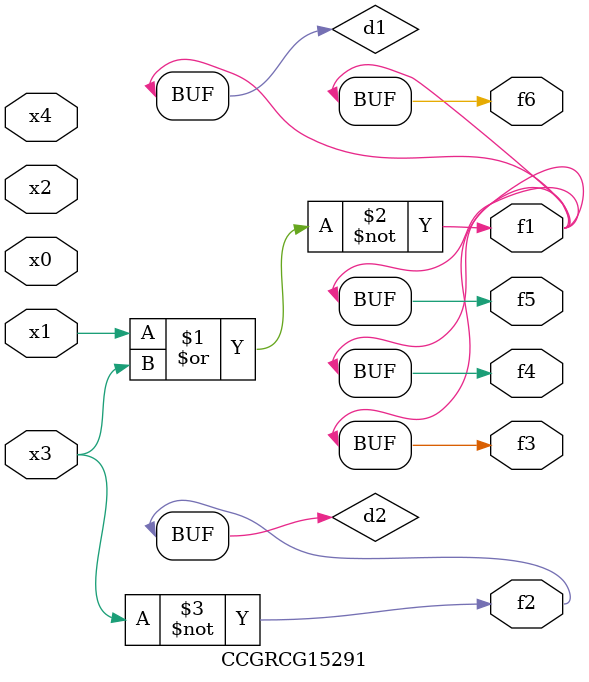
<source format=v>
module CCGRCG15291(
	input x0, x1, x2, x3, x4,
	output f1, f2, f3, f4, f5, f6
);

	wire d1, d2;

	nor (d1, x1, x3);
	not (d2, x3);
	assign f1 = d1;
	assign f2 = d2;
	assign f3 = d1;
	assign f4 = d1;
	assign f5 = d1;
	assign f6 = d1;
endmodule

</source>
